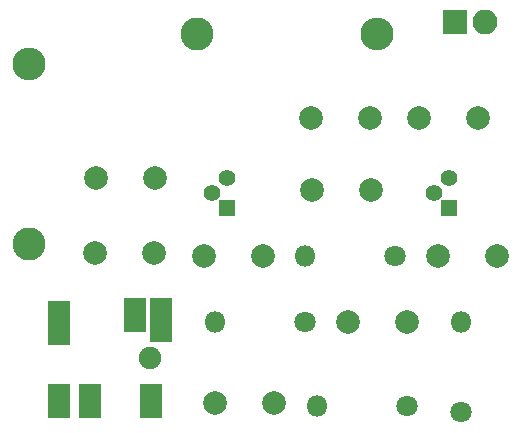
<source format=gbr>
G04 #@! TF.FileFunction,Soldermask,Top*
%FSLAX46Y46*%
G04 Gerber Fmt 4.6, Leading zero omitted, Abs format (unit mm)*
G04 Created by KiCad (PCBNEW 4.0.7) date 06/12/18 23:48:04*
%MOMM*%
%LPD*%
G01*
G04 APERTURE LIST*
%ADD10C,0.100000*%
%ADD11C,2.000000*%
%ADD12R,1.900000X2.900000*%
%ADD13R,1.900000X3.800000*%
%ADD14C,1.900000*%
%ADD15C,2.800000*%
%ADD16O,2.800000X2.800000*%
%ADD17C,1.400000*%
%ADD18R,1.400000X1.400000*%
%ADD19C,1.800000*%
%ADD20O,1.800000X1.800000*%
%ADD21R,2.100000X2.100000*%
%ADD22O,2.100000X2.100000*%
G04 APERTURE END LIST*
D10*
D11*
X83820000Y-92710000D03*
X88820000Y-92710000D03*
X78660000Y-80010000D03*
X73660000Y-80010000D03*
X87884000Y-80264000D03*
X82884000Y-80264000D03*
X91948000Y-68580000D03*
X96948000Y-68580000D03*
X97028000Y-74676000D03*
X92028000Y-74676000D03*
X95076000Y-85852000D03*
X100076000Y-85852000D03*
X101092000Y-68580000D03*
X106092000Y-68580000D03*
X102696000Y-80264000D03*
X107696000Y-80264000D03*
X73740000Y-73660000D03*
X78740000Y-73660000D03*
D12*
X78380000Y-92550000D03*
X73280000Y-92550000D03*
X70580000Y-92550000D03*
D13*
X79280000Y-85700000D03*
D12*
X77080000Y-85250000D03*
D14*
X78280000Y-88900000D03*
D13*
X70580000Y-85900000D03*
D15*
X68072000Y-79248000D03*
D16*
X68072000Y-64008000D03*
D15*
X82296000Y-61468000D03*
D16*
X97536000Y-61468000D03*
D17*
X83566000Y-74930000D03*
X84836000Y-73660000D03*
D18*
X84836000Y-76200000D03*
D17*
X102362000Y-74930000D03*
X103632000Y-73660000D03*
D18*
X103632000Y-76200000D03*
D19*
X91440000Y-85852000D03*
D20*
X83820000Y-85852000D03*
D19*
X100076000Y-92964000D03*
D20*
X92456000Y-92964000D03*
D19*
X99060000Y-80264000D03*
D20*
X91440000Y-80264000D03*
D19*
X104648000Y-93472000D03*
D20*
X104648000Y-85852000D03*
D21*
X104140000Y-60452000D03*
D22*
X106680000Y-60452000D03*
M02*

</source>
